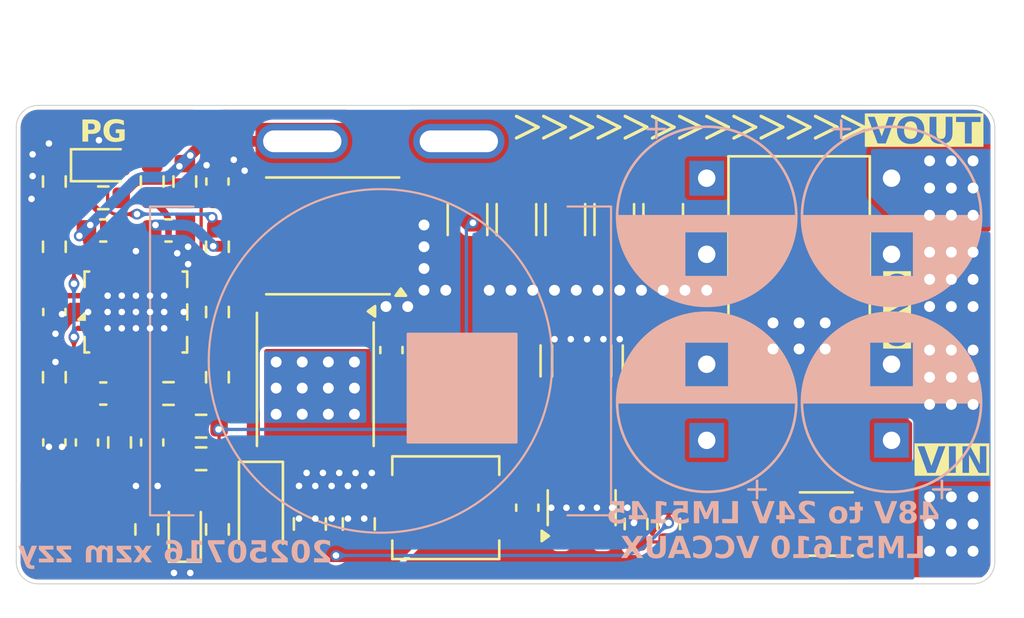
<source format=kicad_pcb>
(kicad_pcb (version 20240108) (generator "pcbnew") (generator_version "8.0")
  (layers (0 "F.Cu" signal) (31 "B.Cu" signal) (34 "B.Paste" user) (35 "F.Paste" user) (36 "B.SilkS" user "B.Silkscreen") (37 "F.SilkS" user "F.Silkscreen") (38 "B.Mask" user) (39 "F.Mask" user) (44 "Edge.Cuts" user))
  (net 0 "")
  (net 1 "/BST")
  (net 2 "/SW")
  (net 3 "Net-(U1-ILIM)")
  (net 4 "GND")
  (net 5 "/VCC")
  (net 6 "VOUT")
  (net 7 "VIN")
  (net 8 "Net-(U1-COMP)")
  (net 9 "Net-(C13-Pad2)")
  (net 10 "Net-(U1-FB)")
  (net 11 "Net-(C15-Pad2)")
  (net 12 "Net-(U1-SS{slash}TRK)")
  (net 13 "Net-(Q1-G)")
  (net 14 "Net-(Q2-G)")
  (net 15 "/HO")
  (net 16 "/LO")
  (net 17 "/PG")
  (net 18 "Net-(U1-EN{slash}UVLO)")
  (net 19 "Net-(U1-SYNCIN)")
  (net 20 "Net-(U1-RT)")
  (net 24 "IN+")
  (net 25 "Net-(D3-A)")
  (net 26 "Net-(U2-LX)")
  (net 27 "Net-(U2-BS)")
  (net 28 "Net-(U2-FB)")
  (net 29 "/VAUX")
  (net 30 "Net-(D4-A)")
  (footprint "Resistor_SMD:R_0603_1608Metric" (layer "F.Cu") (at 156.75 61.5 90)
    (property "Reference" "R1" (hide yes))
    (property "Value" "560R")
  )
  (footprint "LED_SMD:LED_0603_1608Metric" (layer "F.Cu") (at 156.75 77.5 90)
    (property "Reference" "D4" (hide yes))
    (property "Value" "LED")
  )
  (footprint "Resistor_SMD:R_0603_1608Metric" (layer "F.Cu") (at 150.75 70.5 90)
    (property "Reference" "R11" (hide yes))
    (property "Value" "51k")
  )
  (footprint "Inductor_SMD:L_Sunlord_MWSA0402S" (layer "F.Cu") (at 168.75 76.5 180)
    (property "Reference" "L2" (hide yes))
    (property "Value" "10u")
  )
  (footprint "Resistor_SMD:R_0603_1608Metric" (layer "F.Cu") (at 150.75 64.5 -90)
    (property "Reference" "R6" (hide yes))
    (property "Value" "NC")
  )
  (footprint "Capacitor_SMD:C_0603_1608Metric" (layer "F.Cu") (at 155.25 73.5 -90)
    (property "Reference" "C15" (hide yes))
    (property "Value" "270p")
  )
  (footprint "Resistor_SMD:R_0603_1608Metric" (layer "F.Cu") (at 158.25 67.5 90)
    (property "Reference" "R4" (hide yes))
    (property "Value" "4k7")
  )
  (footprint "Resistor_SMD:R_0603_1608Metric" (layer "F.Cu") (at 156 71.25 180)
    (property "Reference" "R12" (hide yes))
    (property "Value" "10k")
  )
  (footprint "Fuse:Fuse_Littelfuse-NANO2-451_453" (layer "F.Cu") (at 186.25 77.25)
    (property "Reference" "F1" (hide yes))
    (property "Value" "Fuse")
  )
  (footprint "Capacitor_SMD:C_1206_3216Metric" (layer "F.Cu") (at 176.5 63.25 -90)
    (property "Reference" "C4" (hide yes))
    (property "Value" "C")
  )
  (footprint "Resistor_SMD:R_0603_1608Metric" (layer "F.Cu") (at 179 77.25 -90)
    (property "Reference" "R14" (hide yes))
    (property "Value" "118k")
  )
  (footprint "Diode_SMD:D_SMF" (layer "F.Cu") (at 160.25 76.75 -90)
    (property "Reference" "D1" (hide yes))
    (property "Value" "K34")
  )
  (footprint "Capacitor_SMD:C_0603_1608Metric" (layer "F.Cu") (at 150.75 73.5 90)
    (property "Reference" "C16" (hide yes))
    (property "Value" "470n")
  )
  (footprint "Capacitor_SMD:C_0805_2012Metric" (layer "F.Cu") (at 164.75 77.25 90)
    (property "Reference" "C25" (hide yes))
    (property "Value" "22u")
  )
  (footprint "Capacitor_SMD:C_0603_1608Metric" (layer "F.Cu") (at 153 71.25)
    (property "Reference" "C14" (hide yes))
    (property "Value" "5.6p")
  )
  (footprint "Capacitor_SMD:C_0603_1608Metric" (layer "F.Cu") (at 158.25 61.5 -90)
    (property "Reference" "C2" (hide yes))
    (property "Value" "8.2p")
  )
  (footprint "Resistor_SMD:R_0603_1608Metric" (layer "F.Cu") (at 157.5 74.25 180)
    (property "Reference" "R9" (hide yes))
    (property "Value" "3830R")
  )
  (footprint "Resistor_SMD:R_0603_1608Metric" (layer "F.Cu") (at 155.25 61.5 90)
    (property "Reference" "R3" (hide yes))
    (property "Value" "0R")
  )
  (footprint "Diode_SMD:D_SMC" (layer "F.Cu") (at 185 65.25 -90)
    (property "Reference" "D2" (hide yes))
    (property "Value" "SMCJ28A")
  )
  (footprint "Capacitor_SMD:C_1206_3216Metric" (layer "F.Cu") (at 178.75 63.25 -90)
    (property "Reference" "C22" (hide yes))
    (property "Value" "C")
  )
  (footprint "Capacitor_SMD:C_1206_3216Metric" (layer "F.Cu") (at 174.25 63.25 -90)
    (property "Reference" "C5" (hide yes))
    (property "Value" "C")
  )
  (footprint "Resistor_SMD:R_0603_1608Metric" (layer "F.Cu") (at 153.75 73.5 -90)
    (property "Reference" "R8" (hide yes))
    (property "Value" "309k")
  )
  (footprint "Resistor_SMD:R_0603_1608Metric" (layer "F.Cu") (at 158.25 64.5 90)
    (property "Reference" "R13" (hide yes))
    (property "Value" "4k7")
  )
  (footprint "Resistor_SMD:R_0603_1608Metric" (layer "F.Cu") (at 153 62.25)
    (property "Reference" "R2" (hide yes))
    (property "Value" "0R")
  )
  (footprint "Capacitor_SMD:C_0603_1608Metric" (layer "F.Cu") (at 156 63.75 180)
    (property "Reference" "C3" (hide yes))
    (property "Value" "2.2u")
  )
  (footprint "Resistor_SMD:R_0603_1608Metric" (layer "F.Cu") (at 158.25 70.5 -90)
    (property "Reference" "R7" (hide yes))
    (property "Value" "10k")
  )
  (footprint "Resistor_SMD:R_0603_1608Metric" (layer "F.Cu") (at 155 77.5 -90)
    (property "Reference" "R17" (hide yes))
    (property "Value" "10k")
  )
  (footprint "Capacitor_SMD:C_0603_1608Metric" (layer "F.Cu") (at 153 63.75 180)
    (property "Reference" "C1" (hide yes))
    (property "Value" "100nF")
  )
  (footprint "Capacitor_SMD:C_1206_3216Metric" (layer "F.Cu") (at 169.75 63.25 -90)
    (property "Reference" "C7" (hide yes))
    (property "Value" "C")
  )
  (footprint "LED_SMD:LED_0603_1608Metric" (layer "F.Cu") (at 153 60.75)
    (property "Reference" "D3" (hide yes))
    (property "Value" "LED")
  )
  (footprint "Resistor_SMD:R_0603_1608Metric" (layer "F.Cu") (at 177.5 77.25 90)
    (property "Reference" "R15" (hide yes))
    (property "Value" "10K")
  )
  (footprint "Capacitor_SMD:C_1210_3225Metric" (layer "F.Cu") (at 171.75 69.75 90)
    (property "Reference" "C10" (hide yes))
    (property "Value" "C")
  )
  (footprint "Capacitor_SMD:C_0603_1608Metric" (layer "F.Cu") (at 172.5 76.5 90)
    (property "Reference" "C23" (hide yes))
    (property "Value" "100n")
  )
  (footprint "Capacitor_SMD:C_0603_1608Metric" (layer "F.Cu") (at 150.75 67.5 90)
    (property "Reference" "C8" (hide yes))
    (property "Value" "100n")
  )
  (footprint "Capacitor_SMD:C_1210_3225Metric" (layer "F.Cu") (at 178.25 69.75 90)
    (property "Reference" "C12" (hide yes))
    (property "Value" "C")
  )
  (footprint "Package_TO_SOT_SMD:TDSON-8-1" (layer "F.Cu") (at 163.55 64 180)
    (property "Reference" "Q2" (hide yes))
    (property "Value" "BSC070N10")
  )
  (footprint "Capacitor_SMD:C_0603_1608Metric" (layer "F.Cu") (at 166.25 69.25 -90)
    (property "Reference" "C21" (hide yes))
    (property "Value" "C_Small")
  )
  (footprint "Resistor_SMD:R_0603_1608Metric" (layer "F.Cu") (at 157.5 72.75 180)
    (property "Reference" "R10" (hide yes))
    (property "Value" "300k")
  )
  (footprint "Package_TO_SOT_SMD:SOT-23-6" (layer "F.Cu") (at 175 76.5 90)
    (property "Reference" "U2" (hide yes))
    (property "Value" "LMR51610")
  )
  (footprint "Resistor_SMD:R_0603_1608Metric" (layer "F.Cu") (at 158.25 77.5 90)
    (property "Reference" "R16" (hide yes))
    (property "Value" "10k")
  )
  (footprint "Capacitor_SMD:C_0603_1608Metric" (layer "F.Cu") (at 152.25 73.5 -90)
    (property "Reference" "C13" (hide yes))
    (property "Value" "330p")
  )
  (footprint "Capacitor_SMD:C_0805_2012Metric" (layer "F.Cu") (at 162.5 77.25 90)
    (property "Reference" "C26" (hide yes))
    (property "Value" "22u")
  )
  (footprint "Capacitor_SMD:C_1206_3216Metric" (layer "F.Cu") (at 172 63.25 -90)
    (property "Reference" "C6" (hide yes))
    (property "Value" "C")
  )
  (footprint "Capacitor_SMD:C_1210_3225Metric" (layer "F.Cu") (at 175 69.75 90)
    (property "Reference" "C11" (hide yes))
    (property "Value" "C")
  )
  (footprint "Package_DFN_QFN:Texas_RGY_R-PVQFN-N20_EP2.05x3.05mm" (layer "F.Cu") (at 154.5 67.5 90)
    (property "Reference" "U1" (hide yes))
    (property "Value" "LM5145")
  )
  (footprint "Resistor_SMD:R_0603_1608Metric" (layer "F.Cu") (at 150.75 61.5 -90)
    (property "Reference" "R5" (hide yes))
    (property "Value" "10k")
  )
  (footprint "Capacitor_SMD:C_1210_3225Metric" (layer "F.Cu") (at 168.5 69.75 90)
    (property "Reference" "C9" (hide yes))
    (property "Value" "C")
  )
  (footprint "Package_TO_SOT_SMD:TDSON-8-1" (layer "F.Cu") (at 162.75 70.6 -90)
    (property "Reference" "Q1" (hide yes))
    (property "Value" "BSC070N10")
  )
  (footprint "Capacitor_THT:CP_Radial_D8.0mm_P3.50mm" (layer "B.Cu") (at 180.75 61.347349 -90)
    (property "Reference" "C18" (hide yes))
    (property "Value" "220u")
  )
  (footprint "RM25:PQ2014_10uH" (layer "B.Cu") (at 165.75 69.75)
    (property "Reference" "L1" (hide yes))
    (property "Value" "10u")
  )
  (footprint "Capacitor_THT:CP_Radial_D8.0mm_P3.50mm" (layer "B.Cu") (at 189.25 61.347349 -90)
    (property "Reference" "C20" (hide yes))
    (property "Value" "220u")
  )
  (footprint "Capacitor_THT:CP_Radial_D8.0mm_P3.50mm" (layer "B.Cu") (at 180.75 73.402651 90)
    (property "Reference" "C17" (hide yes))
    (property "Value" "C_Polarized")
  )
  (footprint "Capacitor_THT:CP_Radial_D8.0mm_P3.50mm" (layer "B.Cu") (at 189.25 73.402651 90)
    (property "Reference" "C19" (hide yes))
    (property "Value" "220u")
  )
  (gr_rect (start 167 68.5) (end 172 73.5) (stroke (width 0.1)) (fill solid) (layer "B.SilkS"))
  (gr_line (start 181.75 59) (end 180.75 59.5) (stroke (width 0.15)) (layer "F.SilkS"))
  (gr_line (start 186.75 59) (end 185.75 59.5) (stroke (width 0.15)) (layer "F.SilkS"))
  (gr_line (start 178 59) (end 177 59.5) (stroke (width 0.15)) (layer "F.SilkS"))
  (gr_line (start 188 59) (end 187 59.5) (stroke (width 0.15)) (layer "F.SilkS"))
  (gr_line (start 173 59) (end 172 59.5) (stroke (width 0.15)) (layer "F.SilkS"))
  (gr_line (start 184.25 59) (end 183.25 59.5) (stroke (width 0.15)) (layer "F.SilkS"))
  (gr_line (start 182 58.5) (end 183 59) (stroke (width 0.15)) (layer "F.SilkS"))
  (gr_line (start 185.5 59) (end 184.5 59.5) (stroke (width 0.15)) (layer "F.SilkS"))
  (gr_line (start 174.25 59) (end 173.25 59.5) (stroke (width 0.15)) (layer "F.SilkS"))
  (gr_line (start 187 58.5) (end 188 59) (stroke (width 0.15)) (layer "F.SilkS"))
  (gr_line (start 177 58.5) (end 178 59) (stroke (width 0.15)) (layer "F.SilkS"))
  (gr_line (start 179.25 59) (end 178.25 59.5) (stroke (width 0.15)) (layer "F.SilkS"))
  (gr_line (start 180.5 59) (end 179.5 59.5) (stroke (width 0.15)) (layer "F.SilkS"))
  (gr_line (start 175.5 59) (end 174.5 59.5) (stroke (width 0.15)) (layer "F.SilkS"))
  (gr_line (start 184.5 58.5) (end 185.5 59) (stroke (width 0.15)) (layer "F.SilkS"))
  (gr_line (start 176.75 59) (end 175.75 59.5) (stroke (width 0.15)) (layer "F.SilkS"))
  (gr_line (start 175.75 58.5) (end 176.75 59) (stroke (width 0.15)) (layer "F.SilkS"))
  (gr_line (start 183 59) (end 182 59.5) (stroke (width 0.15)) (layer "F.SilkS"))
  (gr_line (start 179.5 58.5) (end 180.5 59) (stroke (width 0.15)) (layer "F.SilkS"))
  (gr_line (start 172 58.5) (end 173 59) (stroke (width 0.15)) (layer "F.SilkS"))
  (gr_line (start 173.25 58.5) (end 174.25 59) (stroke (width 0.15)) (layer "F.SilkS"))
  (gr_line (start 174.5 58.5) (end 175.5 59) (stroke (width 0.15)) (layer "F.SilkS"))
  (gr_line (start 178.25 58.5) (end 179.25 59) (stroke (width 0.15)) (layer "F.SilkS"))
  (gr_line (start 185.75 58.5) (end 186.75 59) (stroke (width 0.15)) (layer "F.SilkS"))
  (gr_line (start 180.75 58.5) (end 181.75 59) (stroke (width 0.15)) (layer "F.SilkS"))
  (gr_line (start 183.25 58.5) (end 184.25 59) (stroke (width 0.15)) (layer "F.SilkS"))
  (gr_arc (start 193 58) (mid 193.707107 58.292893) (end 194 59) (stroke (width 0.05)) (layer "Edge.Cuts"))
  (gr_arc (start 150 80) (mid 149.292893 79.707107) (end 149 79) (stroke (width 0.05)) (layer "Edge.Cuts"))
  (gr_line (start 149 79) (end 149 59) (stroke (width 0.05)) (layer "Edge.Cuts"))
  (gr_line (start 194 59) (end 194 79) (stroke (width 0.05)) (layer "Edge.Cuts"))
  (gr_line (start 150 58) (end 193 58) (stroke (width 0.05)) (layer "Edge.Cuts"))
  (gr_arc (start 194 79) (mid 193.707107 79.707107) (end 193 80) (stroke (width 0.05)) (layer "Edge.Cuts"))
  (gr_line (start 193 80) (end 150 80) (stroke (width 0.05)) (layer "Edge.Cuts"))
  (gr_arc (start 149 59) (mid 149.292893 58.292893) (end 150 58) (stroke (width 0.05)) (layer "Edge.Cuts"))
  (gr_text "LM51610 VCCAUX" (at 183.8 78.4 0) (layer "B.SilkS") (effects (font (size 1 1) (thickness 0.2) (bold yes)) (justify mirror)))
  (gr_text "20250716 xzm zzy" (at 156.3 78.6 0) (layer "B.SilkS") (effects (font (size 1 1) (thickness 0.2) (bold yes)) (justify mirror)))
  (gr_text "48V to 24V LM5145" (at 183.8 76.8 -0) (layer "B.SilkS") (effects (font (size 1 1) (thickness 0.2) (bold yes)) (justify mirror)))
  (gr_text "PG" (at 153 59.25 0) (layer "F.SilkS") (effects (font (size 1 1) (thickness 0.2) (bold yes))))
  (gr_text "VIN" (at 192.1 74.4 0) (layer "F.SilkS" knockout) (effects (font (size 1.2 1.2) (thickness 0.2) (bold yes))))
  (gr_text "GND" (at 189.6 67.4 90) (layer "F.SilkS" knockout) (effects (font (size 1 1) (thickness 0.2) (bold yes))))
  (gr_text "VOUT" (at 190.75 59.25 0) (layer "F.SilkS" knockout) (effects (font (size 1.2 1.2) (thickness 0.2) (bold yes))))
  (segment (start 153.75 63.775) (end 153.775 63.75) (width 0.3) (layer "F.Cu") (net 1))
  (segment (start 153.75 65.85) (end 153.75 63.775) (width 0.3) (layer "F.Cu") (net 1))
  (segment (start 153.75 65.7) (end 153.75 66.05) (width 0.3) (layer "F.Cu") (net 1))
  (segment (start 152.225 63.75) (end 152.225 64.248224) (width 0.3) (layer "F.Cu") (net 2))
  (segment (start 152.75 65.7) (end 152.75 66.05) (width 0.3) (layer "F.Cu") (net 2))
  (segment (start 156.5 60.8) (end 157.225736 60.074264) (width 0.5) (layer "F.Cu") (net 2))
  (segment (start 152.55 64.75) (end 152.35 64.55) (width 0.3) (layer "F.Cu") (net 2))
  (segment (start 152.75 65.85) (end 152.75 65.2) (width 0.3) (layer "F.Cu") (net 2))
  (segment (start 158.25 59.65) (end 162.15 59.65) (width 0.5) (layer "F.Cu") (net 2))
  (segment (start 152.573223 64.773224) (end 152.55 64.75) (width 0.3) (layer "F.Cu") (net 2))
  (via (at 157 60.3) (size 0.5) (drill 0.3) (layers "F.Cu" "B.Cu") (net 2))
  (via (at 156.5 60.8) (size 0.5) (drill 0.3) (layers "F.Cu" "B.Cu") (net 2))
  (via (at 151.9 64) (size 0.5) (drill 0.3) (layers "F.Cu" "B.Cu") (net 2))
  (via (at 152.4 63.5) (size 0.5) (drill 0.3) (layers "F.Cu" "B.Cu") (net 2))
  (arc (start 152.75 65.2) (mid 152.704057 64.96903) (end 152.573223 64.773224) (width 0.3) (layer "F.Cu") (net 2))
  (arc (start 157.225736 60.074264) (mid 157.695672 59.760263) (end 158.25 59.65) (width 0.5) (layer "F.Cu") (net 2))
  (arc (start 152.225 64.248224) (mid 152.257487 64.411544) (end 152.35 64.55) (width 0.3) (layer "F.Cu") (net 2))
  (segment (start 155.717158 61.3) (end 154.953553 61.3) (width 0.5) (layer "B.Cu") (net 2))
  (segment (start 157 60.3) (end 156.2 61.1) (width 0.5) (layer "B.Cu") (net 2))
  (segment (start 154.35 61.55) (end 151.9 64) (width 0.5) (layer "B.Cu") (net 2))
  (arc (start 154.953553 61.3) (mid 154.626913 61.364973) (end 154.35 61.55) (width 0.5) (layer "B.Cu") (net 2))
  (arc (start 156.2 61.1) (mid 155.97847 61.248021) (end 155.717158 61.3) (width 0.5) (layer "B.Cu") (net 2))
  (segment (start 158.2 62.325) (end 158.25 62.275) (width 0.15) (layer "F.Cu") (net 3))
  (segment (start 156.75 62.325) (end 157.45 62.325) (width 0.15) (layer "F.Cu") (net 3))
  (segment (start 157.5 62.375) (end 157.5 66.5) (width 0.15) (layer "F.Cu") (net 3))
  (segment (start 156.8 66.75) (end 157.25 66.75) (width 0.15) (layer "F.Cu") (net 3))
  (segment (start 157.45 62.325) (end 157.5 62.375) (width 0.15) (layer "F.Cu") (net 3))
  (segment (start 157.45 62.325) (end 158.2 62.325) (width 0.15) (layer "F.Cu") (net 3))
  (arc (start 157.25 66.75) (mid 157.426777 66.676777) (end 157.5 66.5) (width 0.15) (layer "F.Cu") (net 3))
  (segment (start 154.75 69.3) (end 154.75 67.75) (width 0.25) (layer "F.Cu") (net 4))
  (segment (start 155.175 71.25) (end 154.97981 71.05481) (width 0.25) (layer "F.Cu") (net 4))
  (segment (start 154.85 67.75) (end 154.6 67.5) (width 0.25) (layer "F.Cu") (net 4))
  (segment (start 154.75 69.3) (end 154.75 70.5) (width 0.25) (layer "F.Cu") (net 4))
  (via (at 154.5 66.75) (size 0.5) (drill 0.3) (layers "F.Cu" "B.Cu") (net 4))
  (via (at 174.5 68.75) (size 0.5) (drill 0.3) (layers "F.Cu" "B.Cu") (net 4))
  (via (at 191 71.75) (size 0.8) (drill 0.5) (layers "F.Cu" "B.Cu") (net 4))
  (via (at 164.25 77) (size 0.5) (drill 0.3) (layers "F.Cu" "B.Cu") (net 4))
  (via (at 167 67.25) (size 0.8) (drill 0.5) (layers "F.Cu" "B.Cu") (net 4))
  (via (at 163.5 77) (size 0.5) (drill 0.3) (layers "F.Cu" "B.Cu") (net 4))
  (via (at 183.8 69.2) (size 0.8) (drill 0.5) (layers "F.Cu" "B.Cu") (net 4))
  (via (at 153.2 66.75) (size 0.5) (drill 0.3) (layers "F.Cu" "B.Cu") (net 4))
  (via (at 170.75 66.5) (size 0.8) (drill 0.5) (layers "F.Cu" "B.Cu") (net 4))
  (via (at 152.8 59.6) (size 0.5) (drill 0.3) (layers "F.Cu" "B.Cu") (net 4))
  (via (at 155.15 67.5) (size 0.5) (drill 0.3) (layers "F.Cu" "B.Cu") (net 4))
  (via (at 156.7 67.5) (size 0.5) (drill 0.3) (layers "F.Cu" "B.Cu") (net 4))
  (via (at 149.75 61.25) (size 0.5) (drill 0.3) (layers "F.Cu" "B.Cu") (net 4))
  (via (at 178.75 66.5) (size 0.8) (drill 0.5) (layers "F.Cu" "B.Cu") (net 4))
  (via (at 176.75 66.5) (size 0.8) (drill 0.5) (layers "F.Cu" "B.Cu") (net 4))
  (via (at 176.75 68.75) (size 0.5) (drill 0.3) (layers "F.Cu" "B.Cu") (net 4))
  (via (at 177.4 77.2) (size 0.5) (drill 0.3) (layers "F.Cu" "B.Cu") (net 4))
  (via (at 150.8 69.8) (size 0.5) (drill 0.3) (layers "F.Cu" "B.Cu") (net 4))
  (via (at 193 64.75) (size 0.8) (drill 0.5) (layers "F.Cu" "B.Cu") (net 4))
  (via (at 154.5 75.5) (size 0.5) (drill 0.3) (layers "F.Cu" "B.Cu") (net 4))
  (via (at 167.75 66.5) (size 0.8) (drill 0.5) (layers "F.Cu" "B.Cu") (net 4))
  (via (at 192 67.25) (size 0.8) (drill 0.5) (layers "F.Cu" "B.Cu") (net 4))
  (via (at 192 64.75) (size 0.8) (drill 0.5) (layers "F.Cu" "B.Cu") (net 4))
  (via (at 171.75 66.5) (size 0.8) (drill 0.5) (layers "F.Cu" "B.Cu") (net 4))
  (via (at 193 70.5) (size 0.8) (drill 0.5) (layers "F.Cu" "B.Cu") (net 4))
  (via (at 153.85 67.5) (size 0.5) (drill 0.3) (layers "F.Cu" "B.Cu") (net 4))
  (via (at 156.4 64.8) (size 0.5) (drill 0.3) (layers "F.Cu" "B.Cu") (net 4))
  (via (at 180.75 66.5) (size 0.8) (drill 0.5) (layers "F.Cu" "B.Cu") (net 4))
  (via (at 154.5 67.5) (size 0.5) (drill 0.3) (layers "F.Cu" "B.Cu") (net 4))
  (via (at 176.4 76.5) (size 0.5) (drill 0.3) (layers "F.Cu" "B.Cu") (net 4))
  (via (at 192 70.5) (size 0.8) (drill 0.5) (layers "F.Cu" "B.Cu") (net 4))
  (via (at 177.75 66.5) (size 0.8) (drill 0.5) (layers "F.Cu" "B.Cu") (net 4))
  (via (at 152.3 67.5) (size 0.5) (drill 0.3) (layers "F.Cu" "B.Cu") (net 4))
  (via (at 154.5 64.7) (size 0.5) (drill 0.3) (layers "F.Cu" "B.Cu") (net 4))
  (via (at 153.85 68.25) (size 0.5) (drill 0.3) (layers "F.Cu" "B.Cu") (net 4))
  (via (at 162 77) (size 0.5) (drill 0.3) (layers "F.Cu" "B.Cu") (net 4))
  (via (at 193 67.25) (size 0.8) (drill 0.5) (layers "F.Cu" "B.Cu") (net 4))
  (via (at 163.85 74.9) (size 0.5) (drill 0.3) (layers "F.Cu" "B.Cu") (net 4))
  (via (at 159 60.5) (size 0.5) (drill 0.3) (layers "F.Cu" "B.Cu") (net 4))
  (via (at 155.15 66.75) (size 0.5) (drill 0.3) (layers "F.Cu" "B.Cu") (net 4))
  (via (at 177.1 76.5) (size 0.5) (drill 0.3) (layers "F.Cu" "B.Cu") (net 4))
  (via (at 155.8 67.5) (size 0.5) (drill 0.3) (layers "F.Cu" "B.Cu") (net 4))
  (via (at 191 70.5) (size 0.8) (drill 0.5) (layers "F.Cu" "B.Cu") (net 4))
  (via (at 157 79.5) (size 0.5) (drill 0.3) (layers "F.Cu" "B.Cu") (net 4))
  (via (at 166 67.25) (size 0.8) (drill 0.5) (layers "F.Cu" "B.Cu") (net 4))
  (via (at 193 71.75) (size 0.8) (drill 0.5) (layers "F.Cu" "B.Cu") (net 4))
  (via (at 157.75 60.75) (size 0.5) (drill 0.3) (layers "F.Cu" "B.Cu") (net 4))
  (via (at 156.25 79.5) (size 0.5) (drill 0.3) (layers "F.Cu" "B.Cu") (net 4))
  (via (at 193 69.25) (size 0.8) (drill 0.5) (layers "F.Cu" "B.Cu") (net 4))
  (via (at 186.2 69.2) (size 0.8) (drill 0.5) (layers "F.Cu" "B.Cu") (net 4))
  (via (at 162.75 75.5) (size 0.5) (drill 0.3) (layers "F.Cu" "B.Cu") (net 4))
  (via (at 150.5 73.7) (size 0.5) (drill 0.3) (layers "F.Cu" "B.Cu") (net 4))
  (via (at 150.5 59.75) (size 0.5) (drill 0.3) (layers "F.Cu" "B.Cu") (net 4))
  (via (at 192 71.75) (size 0.8) (drill 0.5) (layers "F.Cu" "B.Cu") (net 4))
  (via (at 185 68) (size 0.8) (drill 0.5) (layers "F.Cu" "B.Cu") (net 4))
  (via (at 179.75 66.5) (size 0.8) (drill 0.5) (layers "F.Cu" "B.Cu") (net 4))
  (via (at 174.3 76.5) (size 0.5) (drill 0.3) (layers "F.Cu" "B.Cu") (net 4))
  (via (at 159.5 61) (size 0.5) (drill 0.3) (layers "F.Cu" "B.Cu") (net 4))
  (via (at 192 66) (size 0.8) (drill 0.5) (layers "F.Cu" "B.Cu") (net 4))
  (via (at 156.9 65.3) (size 0.5) (drill 0.3) (layers "F.Cu" "B.Cu") (net 4))
  (via (at 191 67.25) (size 0.8) (drill 0.5) (layers "F.Cu" "B.Cu") (net 4))
  (via (at 151.1 73.7) (size 0.5) (drill 0.3) (layers "F.Cu" "B.Cu") (net 4))
  (via (at 162.35 74.9) (size 0.5) (drill 0.3) (layers "F.Cu" "B.Cu") (net 4))
  (via (at 175 76.5) (size 0.5) (drill 0.3) (layers "F.Cu" "B.Cu") (net 4))
  (via (at 174.75 66.5) (size 0.8) (drill 0.5) (layers "F.Cu" "B.Cu") (net 4))
  (via (at 155.8 68.25) (size 0.5) (drill 0.3) (layers "F.Cu" "B.Cu") (net 4))
  (via (at 168.75 66.5) (size 0.8) (drill 0.5) (layers "F.Cu" "B.Cu") (net 4))
  (via (at 173.6 76.5) (size 0.5) (drill 0.3) (layers "F.Cu" "B.Cu") (net 4))
  (via (at 164.25 75.5) (size 0.5) (drill 0.3) (layers "F.Cu" "B.Cu") (net 4))
  (via (at 175.25 68.75) (size 0.5) (drill 0.3) (layers "F.Cu" "B.Cu") (net 4))
  (via (at 165 77) (size 0.5) (drill 0.3) (layers "F.Cu" "B.Cu") (net 4))
  (via (at 156.9 64.5) (size 0.5) (drill 0.3) (layers "F.Cu" "B.Cu") (net 4))
  (via (at 191 69.25) (size 0.8) (drill 0.5) (layers "F.Cu" "B.Cu") (net 4))
  (via (at 172.75 66.5) (size 0.8) (drill 0.5) (layers "F.Cu" "B.Cu") (net 4))
  (via (at 163.1 74.9) (size 0.5) (drill 0.3) (layers "F.Cu" "B.Cu") (net 4))
  (via (at 175.75 66.5) (size 0.8) (drill 0.5) (layers "F.Cu" "B.Cu") (net 4))
  (via (at 155.5 75.5) (size 0.5) (drill 0.3) (layers "F.Cu" "B.Cu") (net 4))
  (via (at 164.6 74.9) (size 0.5) (drill 0.3) (layers "F.Cu" "B.Cu") (net 4))
  (via (at 186.2 68) (size 0.8) (drill 0.5) (layers "F.Cu" "B.Cu") (net 4))
  (via (at 183.8 68) (size 0.8) (drill 0.5) (layers "F.Cu" "B.Cu") (net 4))
  (via (at 153.85 66.75) (size 0.5) (drill 0.3) (layers "F.Cu" "B.Cu") (net 4))
  (via (at 151.1 67.6) (size 0.5) (drill 0.3) (layers "F.Cu" "B.Cu") (net 4))
  (via (at 173.75 68.75) (size 0.5) (drill 0.3) (layers "F.Cu" "B.Cu") (net 4))
  (via (at 163.5 75.5) (size 0.5) (drill 0.3) (layers "F.Cu" "B.Cu") (net 4))
  (via (at 149.75 60.25) (size 0.5) (drill 0.3) (layers "F.Cu" "B.Cu") (net 4))
  (via (at 193 66) (size 0.8) (drill 0.5) (layers "F.Cu" "B.Cu") (net 4))
  (via (at 150.8 68.5) (size 0.5) (drill 0.3) (layers "F.Cu" "B.Cu") (net 4))
  (via (at 154.5 68.25) (size 0.5) (drill 0.3) (layers "F.Cu" "B.Cu") (net 4))
  (via (at 192 69.25) (size 0.8) (drill 0.5) (layers "F.Cu" "B.Cu") (net 4))
  (via (at 191 64.75) (size 0.8) (drill 0.5) (layers "F.Cu" "B.Cu") (net 4))
  (via (at 165.35 74.9) (size 0.5) (drill 0.3) (layers "F.Cu" "B.Cu") (net 4))
  (via (at 167.75 65.5) (size 0.8) (drill 0.5) (layers "F.Cu" "B.Cu") (net 4))
  (via (at 155.15 68.25) (size 0.5) (drill 0.3) (layers "F.Cu" "B.Cu") (net 4))
  (via (at 153.2 67.5) (size 0.5) (drill 0.3) (layers "F.Cu" "B.Cu") (net 4))
  (via (at 162 75.5) (size 0.5) (drill 0.3) (layers "F.Cu" "B.Cu") (net 4))
  (via (at 175.7 76.5) (size 0.5) (drill 0.3) (layers "F.Cu" "B.Cu") (net 4))
  (via (at 173.75 66.5) (size 0.8) (drill 0.5) (layers "F.Cu" "B.Cu") (net 4))
  (via (at 167.75 63.5) (size 0.8) (drill 0.5) (layers "F.Cu" "B.Cu") (net 4))
  (via (at 176 68.75) (size 0.5) (drill 0.3) (layers "F.Cu" "B.Cu") (net 4))
  (via (at 149.7 62.3) (size 0.5) (drill 0.3) (layers "F.Cu" "B.Cu") (net 4))
  (via (at 165 75.5) (size 0.5) (drill 0.3) (layers "F.Cu" "B.Cu") (net 4))
  (via (at 153.2 68.25) (size 0.5) (drill 0.3) (layers "F.Cu" "B.Cu") (net 4))
  (via (at 185 69.2) (size 0.8) (drill 0.5) (layers "F.Cu" "B.Cu") (net 4))
  (via (at 162.75 77) (size 0.5) (drill 0.3) (layers "F.Cu" "B.Cu") (net 4))
  (via (at 155.8 66.75) (size 0.5) (drill 0.3) (layers "F.Cu" "B.Cu") (net 4))
  (via (at 191 66) (size 0.8) (drill 0.5) (layers "F.Cu" "B.Cu") (net 4))
  (via (at 167.75 64.5) (size 0.8) (drill 0.5) (layers "F.Cu" "B.Cu") (net 4))
  (arc (start 154.97981 71.05481) (mid 154.809725 70.800261) (end 154.75 70.5) (width 0.25) (layer "F.Cu") (net 4))
  (segment (start 159.9 73.851472) (end 159.9 72.191205) (width 0.6) (layer "F.Cu") (net 5))
  (segment (start 155.225 63.675) (end 155.4 63.5) (width 0.15) (layer "F.Cu") (net 5))
  (segment (start 158.7875 67.7875) (end 158.25 68.325) (width 0.5) (layer "F.Cu") (net 5))
  (segment (start 155.25 63.775) (end 155.225 63.75) (width 0.3) (layer "F.Cu") (net 5))
  (segment (start 159.2 66.6) (end 159.2 66.791637) (width 0.5) (layer "F.Cu") (net 5))
  (segment (start 159.2875 70.7125) (end 158.25 69.675) (width 0.6) (layer "F.Cu") (net 5))
  (segment (start 155.25 65.7) (end 155.25 66.05) (width 0.3) (layer "F.Cu") (net 5))
  (segment (start 158.053239 64.475) (end 158.475 64.475) (width 0.5) (layer "F.Cu") (net 5))
  (segment (start 155.25 65.85) (end 155.25 63.775) (width 0.3) (layer "F.Cu") (net 5))
  (segment (start 159.2 65.2) (end 159.2 66.6) (width 0.5) (layer "F.Cu") (net 5))
  (segment (start 155.225 63.75) (end 155.225 63.675) (width 0.15) (layer "F.Cu") (net 5))
  (segment (start 158.25 68.325) (end 158.25 69.675) (width 0.6) (layer "F.Cu") (net 5))
  (via (at 155.4 63.5) (size 0.5) (drill 0.3) (layers "F.Cu" "B.Cu") (net 5))
  (via (at 158.053239 64.475) (size 0.5) (drill 0.3) (layers "F.Cu" "B.Cu") (net 5))
  (arc (start 159.9 72.191205) (mid 159.740816 71.390935) (end 159.2875 70.7125) (width 0.6) (layer "F.Cu") (net 5))
  (arc (start 159.2 66.791637) (mid 159.092794 67.330594) (end 158.7875 67.7875) (width 0.5) (layer "F.Cu") (net 5))
  (arc (start 160.5 75.3) (mid 160.055935 74.635409) (end 159.9 73.851472) (width 0.6) (layer "F.Cu") (net 5))
  (arc (start 158.475 64.475) (mid 158.987652 64.687348) (end 159.2 65.2) (width 0.5) (layer "F.Cu") (net 5))
  (segment (start 157.389119 63.810881) (end 158.053239 64.475) (width 0.5) (layer "B.Cu") (net 5))
  (segment (start 155.4 63.5) (end 156.638586 63.5) (width 0.5) (layer "B.Cu") (net 5))
  (arc (start 156.638586 63.5) (mid 157.044771 63.580796) (end 157.389119 63.810881) (width 0.5) (layer "B.Cu") (net 5))
  (segment (start 158.3 72.9) (end 158.3 72.775) (width 0.15) (layer "F.Cu") (net 6))
  (segment (start 158.325 72.75) (end 158.325 74.25) (width 0.15) (layer "F.Cu") (net 6))
  (segment (start 158.3 72.775) (end 158.325 72.75) (width 0.15) (layer "F.Cu") (net 6))
  (via (at 192 61.8) (size 0.8) (drill 0.5) (layers "F.Cu" "B.Cu") (net 6))
  (via (at 191 61.8) (size 0.8) (drill 0.5) (layers "F.Cu" "B.Cu") (net 6))
  (via (at 193 63.05) (size 0.8) (drill 0.5) (layers "F.Cu" "B.Cu") (net 6))
  (via (at 193 60.55) (size 0.8) (drill 0.5) (layers "F.Cu" "B.Cu") (net 6))
  (via (at 193 61.8) (size 0.8) (drill 0.5) (layers "F.Cu" "B.Cu") (net 6))
  (via (at 158.3 72.9) (size 0.5) (drill 0.3) (layers "F.Cu" "B.Cu") (net 6))
  (via (at 192 63.05) (size 0.8) (drill 0.5) (layers "F.Cu" "B.Cu") (net 6))
  (via (at 191 60.55) (size 0.8) (drill 0.5) (layers "F.Cu" "B.Cu") (net 6))
  (via (at 191 63.05) (size 0.8) (drill 0.5) (layers "F.Cu" "B.Cu") (net 6))
  (via (at 192 60.55) (size 0.8) (drill 0.5) (layers "F.Cu" "B.Cu") (net 6))
  (via (at 170 63.4) (size 0.5) (drill 0.3) (layers "F.Cu" "B.Cu") (net 6))
  (segment (start 169.7 71.1) (end 169.7 64.2) (width 0.15) (layer "B.Cu") (net 6))
  (segment (start 169.7 64.2) (end 169.7 63.7) (width 0.15) (layer "B.Cu") (net 6))
  (segment (start 158.3 72.9) (end 167.9 72.9) (width 0.15) (layer "B.Cu") (net 6))
  (arc (start 169.7 63.7) (mid 169.787868 63.487868) (end 170 63.4) (width 0.15) (layer "B.Cu") (net 6))
  (arc (start 167.9 72.9) (mid 169.172792 72.372792) (end 169.7 71.1) (width 0.15) (layer "B.Cu") (net 6))
  (segment (start 150.775 66.75) (end 150.75 66.725) (width 0.25) (layer "F.Cu") (net 7))
  (segment (start 149.65 68.408363) (end 149.65 74.86967) (width 0.25) (layer "F.Cu") (net 7))
  (segment (start 159.762132 76.35) (end 160.65 76.35) (width 0.25) (layer "F.Cu") (net 7))
  (segment (start 150.75 65.325) (end 150.75 66.725) (width 0.25) (layer "F.Cu") (net 7))
  (segment (start 150.75 66.725) (end 150.0625 67.4125) (width 0.25) (layer "F.Cu") (net 7))
  (segment (start 161.3 75.7) (end 161.3 73.1) (width 0.25) (layer "F.Cu") (net 7))
  (segment (start 159.3 76.1) (end 159.4 76.2) (width 0.25) (layer "F.Cu") (net 7))
  (segment (start 152.2 66.75) (end 150.775 66.75) (width 0.25) (layer "F.Cu") (net 7))
  (segment (start 156.5 75.9) (end 158.817158 75.9) (width 0.25) (layer "F.Cu") (net 7))
  (segment (start 152.244974 77.5) (end 155.3 77.5) (width 0.25) (layer "F.Cu") (net 7))
  (segment (start 150.025 75.775) (end 151.4 77.15) (width 0.25) (layer "F.Cu") (net 7))
  (segment (start 155.9 76.9) (end 155.9 76.5) (width 0.25) (layer "F.Cu") (net 7))
  (via (at 162.15 71) (size 0.8) (drill 0.5) (layers "F.Cu" "B.Cu") (net 7))
  (via (at 164.55 71) (size 0.8) (drill 0.5) (layers "F.Cu" "B.Cu") (net 7))
  (via (at 160.95 71) (size 0.8) (drill 0.5) (layers "F.Cu" "B.Cu") (net 7))
  (via (at 162.15 72.2) (size 0.8) (drill 0.5) (layers "F.Cu" "B.Cu") (net 7))
  (via (at 163.35 71) (size 0.8) (drill 0.5) (layers "F.Cu" "B.Cu") (net 7))
  (via (at 164.55 72.2) (size 0.8) (drill 0.5) (layers "F.Cu" "B.Cu") (net 7))
  (via (at 160.95 72.2) (size 0.8) (drill 0.5) (layers "F.Cu" "B.Cu") (net 7))
  (via (at 162.15 69.8) (size 0.8) (drill 0.5) (layers "F.Cu" "B.Cu") (net 7))
  (via (at 164.55 69.8) (size 0.8) (drill 0.5) (layers "F.Cu" "B.Cu") (net 7))
  (via (at 163.35 72.2) (size 0.8) (drill 0.5) (layers "F.Cu" "B.Cu") (net 7))
  (via (at 160.95 69.8) (size 0.8) (drill 0.5) (layers "F.Cu" "B.Cu") (net 7))
  (via (at 163.35 69.8) (size 0.8) (drill 0.5) (layers "F.Cu" "B.Cu") (net 7))
  (arc (start 155.9 76.5) (mid 156.075736 76.075736) (end 156.5 75.9) (width 0.25) (layer "F.Cu") (net 7))
  (arc (start 160.65 76.35) (mid 161.109619 76.159619) (end 161.3 75.7) (width 0.25) (layer "F.Cu") (net 7))
  (arc (start 162.4 72) (mid 161.724695 72.074695) (end 162.75 72) (width 0.25) (layer "F.Cu") (net 7))
  (arc (start 161.3 73.1) (mid 161.724695 72.074695) (end 162.4 72) (width 0.25) (layer "F.Cu") (net 7))
  (arc (start 155.3 77.5) (mid 155.724264 77.324264) (end 155.9 76.9) (width 0.25) (layer "F.Cu") (net 7))
  (arc (start 149.65 74.86967) (mid 149.74746 75.359631) (end 150.025 75.775) (width 0.25) (layer "F.Cu") (net 7))
  (arc (start 150.0625 67.4125) (mid 149.757205 67.869406) (end 149.65 68.408363) (width 0.25) (layer "F.Cu") (net 7))
  (arc (start 158.817158 75.9) (mid 159.07847 75.951979) (end 159.3 76.1) (width 0.25) (layer "F.Cu") (net 7))
  (arc (start 151.4 77.15) (mid 151.787677 77.409038) (end 152.244974 77.5) (width 0.25) (layer "F.Cu") (net 7))
  (arc (start 162.75 71.65) (mid 161.724695 72.074695) (end 162.75 71.65) (width 0.25) (layer "F.Cu") (net 7))
  (arc (start 162.75 72) (mid 161.724695 72.074695) (end 162.75 71.65) (width 0.25) (layer "F.Cu") (net 7))
  (arc (start 159.4 76.2) (mid 159.566148 76.311016) (end 159.762132 76.35) (width 0.25) (layer "F.Cu") (net 7))
  (segment (start 152.575 70.9) (end 152.225 71.25) (width 0.15) (layer "F.Cu") (net 8))
  (segment (start 153.75 69.3) (end 153.75 69.837868) (width 0.15) (layer "F.Cu") (net 8))
  (segment (start 153.6 70.2) (end 153.041422 70.758578) (width 0.15) (layer "F.Cu") (net 8))
  (segment (start 152.25 71.275) (end 152.225 71.25) (width 0.15) (layer "F.Cu") (net 8))
  (segment (start 152.7 70.9) (end 152.575 70.9) (width 0.15) (layer "F.Cu") (net 8))
  (segment (start 152.25 72.725) (end 152.25 71.275) (width 0.15) (layer "F.Cu") (net 8))
  (arc (start 153.041422 70.758578) (mid 152.884776 70.863246) (end 152.7 70.9) (width 0.15) (layer "F.Cu") (net 8))
  (arc (start 153.75 69.837868) (mid 153.711016 70.033852) (end 153.6 70.2) (width 0.15) (layer "F.Cu") (net 8))
  (segment (start 152.3 74.325) (end 152.25 74.275) (width 0.15) (layer "F.Cu") (net 9))
  (segment (start 153.75 74.325) (end 152.3 74.325) (width 0.15) (layer "F.Cu") (net 9))
  (segment (start 153.75 72.675) (end 156.6 72.675) (width 0.15) (layer "F.Cu") (net 10))
  (segment (start 156.825 72.6) (end 156.675 72.75) (width 0.15) (layer "F.Cu") (net 10))
  (segment (start 153.775 71.25) (end 153.984835 71.040165) (width 0.15) (layer "F.Cu") (net 10))
  (segment (start 156.825 71.25) (end 156.825 72.6) (width 0.15) (layer "F.Cu") (net 10))
  (segment (start 153.775 72.65) (end 153.75 72.675) (width 0.15) (layer "F.Cu") (net 10))
  (segment (start 156.6 72.675) (end 156.675 72.75) (width 0.15) (layer "F.Cu") (net 10))
  (segment (start 153.775 71.25) (end 153.775 72.65) (width 0.15) (layer "F.Cu") (net 10))
  (segment (start 154.25 69.3) (end 154.25 70.4) (width 0.15) (layer "F.Cu") (net 10))
  (arc (start 153.984835 71.040165) (mid 154.181086 70.746454) (end 154.25 70.4) (width 0.15) (layer "F.Cu") (net 10))
  (segment (start 156.675 74.25) (end 155.275 74.25) (width 0.15) (layer "F.Cu") (net 11))
  (segment (start 155.275 74.25) (end 155.25 74.275) (width 0.15) (layer "F.Cu") (net 11))
  (segment (start 151.5 71.4) (end 151.5 71.039358) (width 0.15) (layer "F.Cu") (net 12))
  (segment (start 151.628685 70.728685) (end 151.728685 70.628685) (width 0.15) (layer "F.Cu") (net 12))
  (segment (start 152.039358 70.5) (end 152.587868 70.5) (width 0.15) (layer "F.Cu") (net 12))
  (segment (start 150.75 72.725) (end 151.1875 72.2875) (width 0.15) (layer "F.Cu") (net 12))
  (segment (start 151.5 71.7) (end 151.5 71.4) (width 0.15) (layer "F.Cu") (net 12))
  (segment (start 153.25 69.837868) (end 153.25 69.3) (width 0.15) (layer "F.Cu") (net 12))
  (segment (start 152.95 70.35) (end 153.1 70.2) (width 0.15) (layer "F.Cu") (net 12))
  (segment (start 151.1875 72.2875) (end 151.305546 72.169455) (width 0.15) (layer "F.Cu") (net 12))
  (arc (start 151.305546 72.169455) (mid 151.449463 71.954067) (end 151.5 71.7) (width 0.15) (layer "F.Cu") (net 12))
  (arc (start 151.5 71.039358) (mid 151.533444 70.871223) (end 151.628685 70.728685) (width 0.15) (layer "F.Cu") (net 12))
  (arc (start 153.1 70.2) (mid 153.211016 70.033852) (end 153.25 69.837868) (width 0.15) (layer "F.Cu") (net 12))
  (arc (start 151.728685 70.628685) (mid 151.871223 70.533444) (end 152.039358 70.5) (width 0.15) (layer "F.Cu") (net 12))
  (arc (start 152.587868 70.5) (mid 152.783852 70.461016) (end 152.95 70.35) (width 0.15) (layer "F.Cu") (net 12))
  (segment (start 153.825 62.25) (end 154.3875 61.6875) (width 0.3) (layer "F.Cu") (net 13))
  (segment (start 159.75 65.6) (end 159.75 65.913604) (width 0.3) (layer "F.Cu") (net 13))
  (segment (start 160.845 67.645) (end 160.845 67.7) (width 0.3) (layer "F.Cu") (net 13))
  (segment (start 160.2 67) (end 160.845 67.645) (width 0.3) (layer "F.Cu") (net 13))
  (segment (start 159.074674 61.725326) (end 159.524674 62.175326) (width 0.3) (layer "F.Cu") (net 13))
  (segment (start 154.840165 61.5) (end 158.530689 61.5) (width 0.3) (layer "F.Cu") (net 13))
  (segment (start 159.75 62.719311) (end 159.75 65.6) (width 0.3) (layer "F.Cu") (net 13))
  (arc (start 159.75 65.913604) (mid 159.866951 66.501557) (end 160.2 67) (width 0.3) (layer "F.Cu") (net 13))
  (arc (start 159.524674 62.175326) (mid 159.69144 62.424908) (end 159.75 62.719311) (width 0.3) (layer "F.Cu") (net 13))
  (arc (start 154.3875 61.6875) (mid 154.595185 61.54873) (end 154.840165 61.5) (width 0.3) (layer "F.Cu") (net 13))
  (arc (start 158.530689 61.5) (mid 158.825091 61.558561) (end 159.074674 61.725326) (width 0.3) (layer "F.Cu") (net 13))
  (segment (start 156.9 59.1) (end 155.325 60.675) (width 0.4) (layer "F.Cu") (net 14))
  (segment (start 164.057538 58.4) (end 158.589949 58.4) (width 0.4) (layer "F.Cu") (net 14))
  (segment (start 155.325 60.675) (end 155.25 60.675) (width 0.4) (layer "F.Cu") (net 14))
  (segment (start 166.45 62.095) (end 166.45 60.757106) (width 0.4) (layer "F.Cu") (net 14))
  (segment (start 165.95 59.55) (end 165.325 58.925) (width 0.4) (layer "F.Cu") (net 14))
  (arc (start 158.589949 58.4) (mid 157.675355 58.581924) (end 156.9 59.1) (width 0.4) (layer "F.Cu") (net 14))
  (arc (start 166.45 60.757106) (mid 166.320054 60.103825) (end 165.95 59.55) (width 0.4) (layer "F.Cu") (net 14))
  (arc (start 165.325 58.925) (mid 164.743483 58.536443) (end 164.057538 58.4) (width 0.4) (layer "F.Cu") (net 14))
  (segment (start 153.25 65.85) (end 153.25 64.976776) (width 0.3) (layer "F.Cu") (net 15))
  (segment (start 152.7125 62.7875) (end 152.175 62.25) (width 0.3) (layer "F.Cu") (net 15))
  (segment (start 153.25 66.05) (end 153.25 65.7) (width 0.3) (layer "F.Cu") (net 15))
  (segment (start 153 64.373224) (end 153 63.481586) (width 0.3) (layer "F.Cu") (net 15))
  (arc (start 153.125 64.675) (mid 153.032487 64.536544) (end 153 64.373224) (width 0.3) (layer "F.Cu") (net 15))
  (arc (start 153.25 64.976776) (mid 153.217514 64.813456) (end 153.125 64.675) (width 0.3) (layer "F.Cu") (net 15))
  (arc (start 153 63.481586) (mid 152.925281 63.105949) (end 152.7125 62.7875) (width 0.3) (layer "F.Cu") (net 15))
  (segment (start 155.75 65.85) (end 155.75 64.776776) (width 0.3) (layer "F.Cu") (net 16))
  (segment (start 155.75 65.7) (end 155.75 66.05) (width 0.3) (layer "F.Cu") (net 16))
  (segment (start 156 64.173224) (end 156 63.8) (width 0.3) (layer "F.Cu") (net 16))
  (segment (start 156 63.8) (end 156 63.410875) (width 0.3) (layer "F.Cu") (net 16))
  (segment (start 155.7625 62.8375) (end 155.25 62.325) (width 0.3) (layer "F.Cu") (net 16))
  (arc (start 155.875 64.475) (mid 155.967513 64.336544) (end 156 64.173224) (width 0.3) (layer "F.Cu") (net 16))
  (arc (start 156 63.410875) (mid 155.938276 63.100567) (end 155.7625 62.8375) (width 0.3) (layer "F.Cu") (net 16))
  (arc (start 155.75 64.776776) (mid 155.782486 64.613456) (end 155.875 64.475) (width 0.3) (layer "F.Cu") (net 16))
  (segment (start 158.25 65.325) (end 158.25 66.675) (width 0.15) (layer "F.Cu") (net 17))
  (segment (start 157.9 67.025) (end 157.9 67.2) (width 0.15) (layer "F.Cu") (net 17))
  (segment (start 157.15 68.25) (end 156.8 68.25) (width 0.15) (layer "F.Cu") (net 17))
  (segment (start 157.687868 67.712132) (end 157.15 68.25) (width 0.15) (layer "F.Cu") (net 17))
  (segment (start 158.25 66.675) (end 157.9 67.025) (width 0.15) (layer "F.Cu") (net 17))
  (arc (start 157.9 67.2) (mid 157.844869 67.477164) (end 157.687868 67.712132) (width 0.15) (layer "F.Cu") (net 17))
  (segment (start 150 74.721315) (end 150.000001 74.721316) (width 0.15) (layer "F.Cu") (net 18))
  (segment (start 150.3 75.55) (end 151.514644 76.764644) (width 0.15) (layer "F.Cu") (net 18))
  (segment (start 151.65 66.2) (end 151.65 65) (width 0.15) (layer "F.Cu") (net 18))
  (segment (start 150 71) (end 150 74.721315) (width 0.15) (layer "F.Cu") (net 18))
  (segment (start 151.34948 64.274479) (end 151.2875 64.2125) (width 0.15) (layer "F.Cu") (net 18))
  (segment (start 150.75 70.5) (end 150.5 70.5) (width 0.15) (layer "F.Cu") (net 18))
  (segment (start 150.75 63.675) (end 150.75 62.325) (width 0.15) (layer "F.Cu") (net 18))
  (segment (start 155 76.675) (end 154.80481 76.87019) (width 0.15) (layer "F.Cu") (net 18))
  (segment (start 152.2 68.25) (end 151.8 68.25) (width 0.15) (layer "F.Cu") (net 18))
  (segment (start 151.65 68.4) (end 151.65 68.65) (width 0.15) (layer "F.Cu") (net 18))
  (segment (start 151.65 68.65) (end 151.65 69.578394) (width 0.15) (layer "F.Cu") (net 18))
  (segment (start 152.324265 77.1) (end 154.25 77.1) (width 0.15) (layer "F.Cu") (net 18))
  (segment (start 150.000001 74.721316) (end 150.000001 74.825739) (width 0.15) (layer "F.Cu") (net 18))
  (segment (start 151.2875 64.2125) (end 150.75 63.675) (width 0.15) (layer "F.Cu") (net 18))
  (segment (start 151.453291 70.053291) (end 151.188013 70.318569) (width 0.15) (layer "F.Cu") (net 18))
  (via (at 151.65 66.2) (size 0.5) (drill 0.3) (layers "F.Cu" "B.Cu") (net 18))
  (via (at 151.65 68.65) (size 0.5) (drill 0.3) (layers "F.Cu" "B.Cu") (net 18))
  (arc (start 151.65 69.578394) (mid 151.598877 69.835406) (end 151.453291 70.053291) (width 0.15) (layer "F.Cu") (net 18))
  (arc (start 151.8 68.25) (mid 151.693934 68.293934) (end 151.65 68.4) (width 0.15) (layer "F.Cu") (net 18))
  (arc (start 151.188013 70.318569) (mid 150.987051 70.452848) (end 150.75 70.5) (width 0.15) (layer "F.Cu") (net 18))
  (arc (start 151.514644 76.764644) (mid 151.886101 77.012844) (end 152.324265 77.1) (width 0.15) (layer "F.Cu") (net 18))
  (arc (start 154.80481 76.87019) (mid 154.550261 77.040275) (end 154.25 77.1) (width 0.15) (layer "F.Cu") (net 18))
  (arc (start 151.65 65) (mid 151.571897 64.607351) (end 151.34948 64.274479) (width 0.15) (layer "F.Cu") (net 18))
  (arc (start 150.000001 74.825739) (mid 150.077968 75.217706) (end 150.3 75.55) (width 0.15) (layer "F.Cu") (net 18))
  (arc (start 150.5 70.5) (mid 150.146447 70.646447) (end 150 71) (width 0.15) (layer "F.Cu") (net 18))
  (segment (start 151.65 66.2) (end 151.65 68.65) (width 0.15) (layer "B.Cu") (net 18))
  (segment (start 155.75 69.3) (end 155.75 69.8) (width 0.15) (layer "F.Cu") (net 19))
  (segment (start 157.3625 70.4375) (end 158.25 71.325) (width 0.15) (layer "F.Cu") (net 19))
  (segment (start 156.15 70.2) (end 156.789125 70.2) (width 0.15) (layer "F.Cu") (net 19))
  (arc (start 156.789125 70.2) (mid 157.099433 70.261724) (end 157.3625 70.4375) (width 0.15) (layer "F.Cu") (net 19))
  (arc (start 155.75 69.8) (mid 155.867157 70.082843) (end 156.15 70.2) (width 0.15) (layer "F.Cu") (net 19))
  (segment (start 150.75 71.180846) (end 150.75 71.325) (width 0.15) (layer "F.Cu") (net 20))
  (segment (start 152.2 70.1) (end 152.1355 70.1) (width 0.15) (layer "F.Cu") (net 20))
  (segment (start 152.45 70.1) (end 152.2 70.1) (width 0.15) (layer "F.Cu") (net 20))
  (segment (start 152.75 69.3) (end 152.75 69.8) (width 0.15) (layer "F.Cu") (net 20))
  (segment (start 151.615423 70.315423) (end 150.75 71.180846) (width 0.15) (layer "F.Cu") (net 20))
  (arc (start 152.75 69.8) (mid 152.662132 70.012132) (end 152.45 70.1) (width 0.15) (layer "F.Cu") (net 20))
  (arc (start 152.1355 70.1) (mid 151.854037 70.155987) (end 151.615423 70.315423) (width 0.15) (layer "F.Cu") (net 20))
  (via (at 193 78.5) (size 0.8) (drill 0.5) (layers "F.Cu" "B.Cu") (net 24))
  (via (at 193 76) (size 0.8) (drill 0.5) (layers "F.Cu" "B.Cu") (net 24))
  (via (at 192 77.25) (size 0.8) (drill 0.5) (layers "F.Cu" "B.Cu") (net 24))
  (via (at 191 78.5) (size 0.8) (drill 0.5) (layers "F.Cu" "B.Cu") (net 24))
  (via (at 192 78.5) (size 0.8) (drill 0.5) (layers "F.Cu" "B.Cu") (net 24))
  (via (at 193 77.25) (size 0.8) (drill 0.5) (layers "F.Cu" "B.Cu") (net 24))
  (via (at 191 77.25) (size 0.8) (drill 0.5) (layers "F.Cu" "B.Cu") (net 24))
  (via (at 192 76) (size 0.8) (drill 0.5) (layers "F.Cu" "B.Cu") (net 24))
  (via (at 191 76) (size 0.8) (drill 0.5) (layers "F.Cu" "B.Cu") (net 24))
  (segment (start 158.25 63.675) (end 158.25 63.4) (width 0.15) (layer "F.Cu") (net 25))
  (segment (start 154.55 63) (end 153.6 63) (width 0.15) (layer "F.Cu") (net 25))
  (segment (start 158.25 63.4) (end 158 63.15) (width 0.15) (layer "F.Cu") (net 25))
  (segment (start 153.36875 61.16875) (end 153.7875 60.75) (width 0.15) (layer "F.Cu") (net 25))
  (segment (start 153.2 62.6) (end 153.2 62) (width 0.15) (layer "F.Cu") (net 25))
  (segment (start 153.2 62) (end 153.2 61.576148) (width 0.15) (layer "F.Cu") (net 25))
  (via (at 154.55 63) (size 0.5) (drill 0.3) (layers "F.Cu" "B.Cu") (net 25))
  (via (at 158 63.15) (size 0.5) (drill 0.3) (layers "F.Cu" "B.Cu") (net 25))
  (arc (start 153.2 61.576148) (mid 153.243857 61.355666) (end 153.36875 61.16875) (width 0.15) (layer "F.Cu") (net 25))
  (arc (start 153.6 63) (mid 153.317157 62.882843) (end 153.2 62.6) (width 0.15) (layer "F.Cu") (net 25))
  (segment (start 154.55 63) (end 156.8 63) (width 0.15) (layer "B.Cu") (net 25))
  (segment (start 156.8 63) (end 157.637868 63) (width 0.15) (layer "B.Cu") (net 25))
  (arc (start 157.637868 63) (mid 157.833852 63.038984) (end 158 63.15) (width 0.15) (layer "B.Cu") (net 25))
  (segment (start 172.5 77.275) (end 174.05 77.275) (width 0.6) (layer "F.Cu") (net 27))
  (segment (start 174.05 77.275) (end 174.05 77.6375) (width 0.6) (layer "F.Cu") (net 27))
  (segment (start 177.5 78.075) (end 175.95 78.075) (width 0.15) (layer "F.Cu") (net 28))
  (segment (start 177.5 78.075) (end 179 78.075) (width 0.15) (layer "F.Cu") (net 28))
  (segment (start 175.95 78.075) (end 175.95 77.6375) (width 0.15) (layer "F.Cu") (net 28))
  (segment (start 160.375 78.325) (end 160.5 78.2) (width 0.15) (layer "F.Cu") (net 29))
  (segment (start 179 76.425) (end 179 77.2) (width 0.15) (layer "F.Cu") (net 29))
  (segment (start 157.8125 77.8875) (end 158.25 78.325) (width 0.15) (layer "F.Cu") (net 29))
  (segment (start 155.213389 78.236611) (end 155.55 77.9) (width 0.15) (layer "F.Cu") (net 29))
  (segment (start 156.85 77.6) (end 157.118414 77.6) (width 0.15) (layer "F.Cu") (net 29))
  (segment (start 156.274264 77.6) (end 156.85 77.6) (width 0.15) (layer "F.Cu") (net 29))
  (segment (start 158.25 78.325) (end 160.375 78.325) (width 0.15) (layer "F.Cu") (net 29))
  (via (at 179 77.2) (size 0.5) (drill 0.3) (layers "F.Cu" "B.Cu") (net 29))
  (via (at 163.7 78.7) (size 0.5) (drill 0.3) (layers "F.Cu" "B.Cu") (net 29))
  (arc (start 155.55 77.9) (mid 155.882296 77.677967) (end 156.274264 77.6) (width 0.15) (layer "F.Cu") (net 29))
  (arc (start 155 78.325) (mid 155.115485 78.302029) (end 155.213389 78.236611) (width 0.15) (layer "F.Cu") (net 29))
  (arc (start 157.118414 77.6) (mid 157.49405 77.674719) (end 157.8125 77.8875) (width 0.15) (layer "F.Cu") (net 29))
  (segment (start 163.7 78.7) (end 176.651472 78.7) (width 0.15) (layer "B.Cu") (net 29))
  (segment (start 178.1 78.1) (end 179 77.2) (width 0.15) (layer "B.Cu") (net 29))
  (arc (start 176.651472 78.7) (mid 177.43541 78.544065) (end 178.1 78.1) (width 0.15) (layer "B.Cu") (net 29))
  (segment (start 158.2125 76.7125) (end 158.25 76.675) (width 0.15) (layer "F.Cu") (net 30))
  (segment (start 156.75 76.7125) (end 158.2125 76.7125) (width 0.15) (layer "F.Cu") (net 30))
  (zone (net 29) (net_name "/VAUX") (layer "F.Cu") (priority 6) (connect_pads yes (clearance 0.2)) (min_thickness 0.2) (fill yes (thermal_gap 0.5) (thermal_bridge_width 0.5))
    (polygon (pts (xy 159.5 77.5) (xy 165.4 77.5) (xy 166.1 76.8) (xy 166.1 75.2) (xy 167.7 75.2) (xy 167.7 77.9) (xy 166.6 79) (xy 159.5 79)))
  )
  (zone (net 0) (net_name "") (layer "F.Cu") (connect_pads yes (clearance 0)) (min_thickness 0.2)
    (keepout (tracks allowed) (vias allowed) (pads allowed) (copperpour not_allowed) (footprints allowed))
    (fill (thermal_gap 0.5) (thermal_bridge_width 0.5))
    (polygon (pts (xy 151.4 75) (xy 159 75) (xy 160.2 73.7) (xy 160.2 69) (xy 165.5 69) (xy 165.5 68.4) (xy 160.1 68.4) (xy 159.7 68.7) (xy 151.4 68.7)))
  )
  (zone (net 7) (net_name "VIN") (layer "F.Cu") (priority 9) (connect_pads yes (clearance 0.2)) (min_thickness 0.2) (fill yes (thermal_gap 0.5) (thermal_bridge_width 0.5))
    (polygon (pts (xy 178.4 69.2) (xy 180.2 71) (xy 188.6 71) (xy 190.2 72.6) (xy 190.2 74.8) (xy 188 74.8) (xy 187.4 75.4) (xy 187.4 79) (xy 182.7 79) (xy 179.4 75.7) (xy 176.5 75.7) (xy 176.2 76) (xy 174.6 76) (xy 174.6 74.6) (xy 174.4 74.4) (xy 160.7 74.4) (xy 160.4 74.1) (xy 160.4 69.2)))
  )
  (zone (net 6) (net_name "VOUT") (layer "F.Cu") (priority 1) (connect_pads yes (clearance 0.2)) (min_thickness 0.2) (fill yes (thermal_gap 0.5) (thermal_bridge_width 0.5))
    (polygon (pts (xy 167 60.6) (xy 167 61.1) (xy 167.5 61.6) (xy 169.7 63.8) (xy 186.3 63.8) (xy 187.9 63.8) (xy 193.8 63.8) (xy 193.8 58.2) (xy 167 58.2)))
  )
  (zone (net 24) (net_name "IN+") (layer "F.Cu") (priority 2) (connect_pads yes (clearance 0.2)) (min_thickness 0.2) (fill yes (thermal_gap 0.5) (thermal_bridge_width 0.5))
    (polygon (pts (xy 187.6 79.7) (xy 193.8 79.7) (xy 193.8 75) (xy 188.1 75) (xy 187.6 75.5)))
  )
  (zone (net 2) (net_name "/SW") (layer "F.Cu") (priority 4) (connect_pads yes (clearance 0.2)) (min_thickness 0.2) (fill yes (thermal_gap 0.5) (thermal_bridge_width 0.5))
    (polygon (pts (xy 160.2 66.3) (xy 160.2 61.7) (xy 160 61.5) (xy 160 58.8) (xy 164.3 58.8) (xy 164.35 58.85) (xy 165.35 59.85) (xy 165.3 68.4) (xy 161.3 68.4) (xy 161.3 67.4)))
  )
  (zone (net 26) (net_name "Net-(U2-LX)") (layer "F.Cu") (priority 3) (connect_pads yes (clearance 0.2)) (min_thickness 0.2) (fill yes (thermal_gap 0.5) (thermal_bridge_width 0.5))
    (polygon (pts (xy 174.4 74.7) (xy 174.3 74.6) (xy 170.4 74.6) (xy 169.8 75.2) (xy 169.8 77.8) (xy 171.4 77.8) (xy 171.4 76.5) (xy 171.9 76) (xy 174.4 76)))
  )
  (zone (net 4) (net_name "GND") (layers "F&B.Cu") (connect_pads yes (clearance 0.2)) (min_thickness 0.2) (fill yes (thermal_gap 0.5) (thermal_bridge_width 0.5))
    (polygon (pts (xy 148.25 57.5) (xy 194.5 57.5) (xy 194.5 80.75) (xy 148.25 80.75)))
  )
  (zone (net 24) (net_name "IN+") (layer "B.Cu") (priority 7) (connect_pads yes (clearance 0.2)) (min_thickness 0.2) (fill yes (thermal_gap 0.5) (thermal_bridge_width 0.5))
    (polygon (pts (xy 190.5 75.5) (xy 190.5 79.7) (xy 193.8 79.7) (xy 193.8 75.5)))
  )
  (zone (net 7) (net_name "VIN") (layer "B.Cu") (priority 8) (connect_pads yes (clearance 0.2)) (min_thickness 0.2) (fill yes (thermal_gap 0.5) (thermal_bridge_width 0.5))
    (polygon (pts (xy 160.4 72.6) (xy 165.1 72.6) (xy 165.1 69.3) (xy 160.4 69.3)))
  )
  (zone (net 6) (net_name "VOUT") (layer "B.Cu") (priority 5) (connect_pads yes (clearance 0.2)) (min_thickness 0.2) (fill yes (thermal_gap 0.5) (thermal_bridge_width 0.5))
    (polygon (pts (xy 193.8 63.6) (xy 189.7 63.6) (xy 188.3 62.2) (xy 188.3 60) (xy 193.8 60)))
  )
)
</source>
